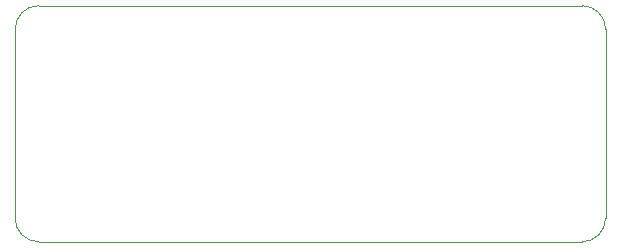
<source format=gbr>
%TF.GenerationSoftware,KiCad,Pcbnew,(5.1.9)-1*%
%TF.CreationDate,2021-02-27T13:09:48+00:00*%
%TF.ProjectId,filaSens-attiny84,66696c61-5365-46e7-932d-617474696e79,rev?*%
%TF.SameCoordinates,Original*%
%TF.FileFunction,Profile,NP*%
%FSLAX46Y46*%
G04 Gerber Fmt 4.6, Leading zero omitted, Abs format (unit mm)*
G04 Created by KiCad (PCBNEW (5.1.9)-1) date 2021-02-27 13:09:48*
%MOMM*%
%LPD*%
G01*
G04 APERTURE LIST*
%TA.AperFunction,Profile*%
%ADD10C,0.050000*%
%TD*%
G04 APERTURE END LIST*
D10*
X123501100Y-97003600D02*
X123501100Y-113003600D01*
X125501100Y-95003600D02*
X171501100Y-95003600D01*
X173501100Y-97003600D02*
X173501100Y-113003600D01*
X171501100Y-115003600D02*
X125501100Y-115003600D01*
X125501100Y-95003600D02*
G75*
G03*
X123501100Y-97003600I0J-2000000D01*
G01*
X125501100Y-115003600D02*
G75*
G02*
X123501100Y-113003600I0J2000000D01*
G01*
X171501100Y-115003600D02*
G75*
G03*
X173501100Y-113003600I0J2000000D01*
G01*
X173501100Y-97003600D02*
G75*
G03*
X171501100Y-95003600I-2000000J0D01*
G01*
M02*

</source>
